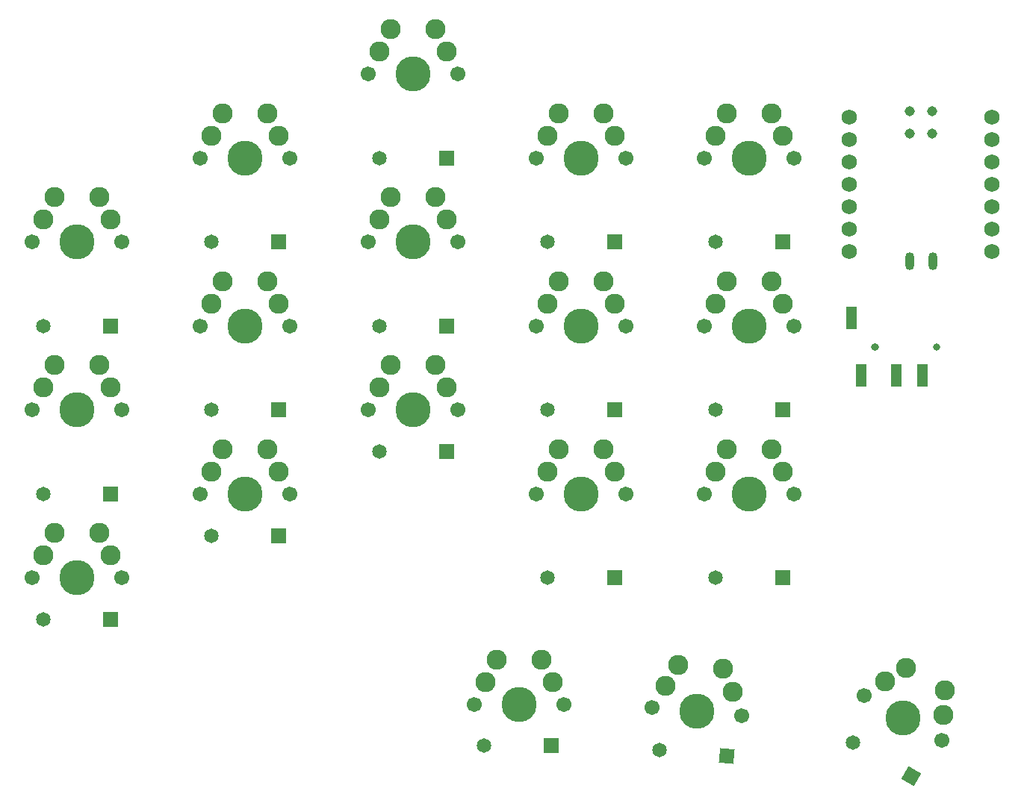
<source format=gbr>
%TF.GenerationSoftware,KiCad,Pcbnew,7.0.2-0*%
%TF.CreationDate,2023-12-07T17:55:22-05:00*%
%TF.ProjectId,Flare,466c6172-652e-46b6-9963-61645f706362,rev?*%
%TF.SameCoordinates,Original*%
%TF.FileFunction,Soldermask,Top*%
%TF.FilePolarity,Negative*%
%FSLAX46Y46*%
G04 Gerber Fmt 4.6, Leading zero omitted, Abs format (unit mm)*
G04 Created by KiCad (PCBNEW 7.0.2-0) date 2023-12-07 17:55:22*
%MOMM*%
%LPD*%
G01*
G04 APERTURE LIST*
G04 Aperture macros list*
%AMRotRect*
0 Rectangle, with rotation*
0 The origin of the aperture is its center*
0 $1 length*
0 $2 width*
0 $3 Rotation angle, in degrees counterclockwise*
0 Add horizontal line*
21,1,$1,$2,0,0,$3*%
G04 Aperture macros list end*
%ADD10C,1.651000*%
%ADD11R,1.651000X1.651000*%
%ADD12C,1.701800*%
%ADD13C,3.987800*%
%ADD14C,2.286000*%
%ADD15RotRect,1.651000X1.651000X330.000000*%
%ADD16RotRect,1.651000X1.651000X355.000000*%
%ADD17C,0.800000*%
%ADD18R,1.200000X2.500000*%
%ADD19C,1.752600*%
%ADD20O,1.016000X2.032000*%
%ADD21C,1.143000*%
G04 APERTURE END LIST*
D10*
%TO.C,D3*%
X53340000Y-28575000D03*
D11*
X60960000Y-28575000D03*
%TD*%
D10*
%TO.C,D12*%
X34290000Y-71437500D03*
D11*
X41910000Y-71437500D03*
%TD*%
D10*
%TO.C,D10*%
X91440000Y-57150000D03*
D11*
X99060000Y-57150000D03*
%TD*%
D12*
%TO.C,MX13*%
X52070000Y-57150000D03*
D13*
X57150000Y-57150000D03*
D12*
X62230000Y-57150000D03*
D14*
X53340000Y-54610000D03*
X54610000Y-52070000D03*
X59690000Y-52070000D03*
X60960000Y-54610000D03*
%TD*%
D10*
%TO.C,D13*%
X53340000Y-61912500D03*
D11*
X60960000Y-61912500D03*
%TD*%
D10*
%TO.C,D2*%
X72390000Y-38100000D03*
D11*
X80010000Y-38100000D03*
%TD*%
D12*
%TO.C,MX14*%
X71120000Y-66675000D03*
D13*
X76200000Y-66675000D03*
D12*
X81280000Y-66675000D03*
D14*
X72390000Y-64135000D03*
X73660000Y-61595000D03*
X78740000Y-61595000D03*
X80010000Y-64135000D03*
%TD*%
D12*
%TO.C,MX6*%
X13970000Y-57150000D03*
D13*
X19050000Y-57150000D03*
D12*
X24130000Y-57150000D03*
D14*
X15240000Y-54610000D03*
X16510000Y-52070000D03*
X21590000Y-52070000D03*
X22860000Y-54610000D03*
%TD*%
D10*
%TO.C,D8*%
X53340000Y-47625000D03*
D11*
X60960000Y-47625000D03*
%TD*%
D10*
%TO.C,D14*%
X72390000Y-76200000D03*
D11*
X80010000Y-76200000D03*
%TD*%
D12*
%TO.C,MX11*%
X13970000Y-76200000D03*
D13*
X19050000Y-76200000D03*
D12*
X24130000Y-76200000D03*
D14*
X15240000Y-73660000D03*
X16510000Y-71120000D03*
X21590000Y-71120000D03*
X22860000Y-73660000D03*
%TD*%
D10*
%TO.C,D11*%
X15240000Y-80962500D03*
D11*
X22860000Y-80962500D03*
%TD*%
D10*
%TO.C,D7*%
X34290000Y-57150000D03*
D11*
X41910000Y-57150000D03*
%TD*%
D10*
%TO.C,D4*%
X34290000Y-38100000D03*
D11*
X41910000Y-38100000D03*
%TD*%
D10*
%TO.C,D18*%
X107031693Y-94932500D03*
D15*
X113630807Y-98742500D03*
%TD*%
D10*
%TO.C,D17*%
X85104498Y-95711687D03*
D16*
X92695502Y-96375813D03*
%TD*%
D12*
%TO.C,MX4*%
X33020000Y-28575000D03*
D13*
X38100000Y-28575000D03*
D12*
X43180000Y-28575000D03*
D14*
X34290000Y-26035000D03*
X35560000Y-23495000D03*
X40640000Y-23495000D03*
X41910000Y-26035000D03*
%TD*%
D10*
%TO.C,D6*%
X15240000Y-66675000D03*
D11*
X22860000Y-66675000D03*
%TD*%
D17*
%TO.C,U2*%
X116550000Y-50006250D03*
X109550000Y-50006250D03*
D18*
X106850000Y-46756250D03*
X107950000Y-53256250D03*
X111950000Y-53256250D03*
X114950000Y-53256250D03*
%TD*%
D19*
%TO.C,U1*%
X106652537Y-23956740D03*
X106652537Y-26496740D03*
X106652537Y-29036740D03*
X106652537Y-31576740D03*
X106652537Y-34116740D03*
X106652537Y-36656740D03*
X106652537Y-39196740D03*
X122817097Y-39196740D03*
X122817097Y-36656740D03*
X122817097Y-34116740D03*
X122817097Y-31576740D03*
X122817097Y-29036740D03*
X122817097Y-26496740D03*
X122817097Y-23956740D03*
D20*
X113519417Y-40274560D03*
X116069417Y-40274560D03*
D21*
X113518220Y-23270373D03*
X116058220Y-23270373D03*
X113518220Y-25810373D03*
X116058220Y-25810373D03*
%TD*%
D10*
%TO.C,D5*%
X15240000Y-47625000D03*
D11*
X22860000Y-47625000D03*
%TD*%
D10*
%TO.C,D15*%
X91440000Y-76200000D03*
D11*
X99060000Y-76200000D03*
%TD*%
D12*
%TO.C,MX15*%
X90170000Y-66675000D03*
D13*
X95250000Y-66675000D03*
D12*
X100330000Y-66675000D03*
D14*
X91440000Y-64135000D03*
X92710000Y-61595000D03*
X97790000Y-61595000D03*
X99060000Y-64135000D03*
%TD*%
D10*
%TO.C,D1*%
X91440000Y-38100000D03*
D11*
X99060000Y-38100000D03*
%TD*%
D10*
%TO.C,D16*%
X65246250Y-95250000D03*
D11*
X72866250Y-95250000D03*
%TD*%
D12*
%TO.C,MX5*%
X13970000Y-38100000D03*
D13*
X19050000Y-38100000D03*
D12*
X24130000Y-38100000D03*
D14*
X15240000Y-35560000D03*
X16510000Y-33020000D03*
X21590000Y-33020000D03*
X22860000Y-35560000D03*
%TD*%
D12*
%TO.C,MX18*%
X108313091Y-89535000D03*
D13*
X112712500Y-92075000D03*
D12*
X117111909Y-94615000D03*
D14*
X110682943Y-87970295D03*
X113052795Y-86405591D03*
X117452205Y-88945591D03*
X117282057Y-91780295D03*
%TD*%
D12*
%TO.C,MX1*%
X90170000Y-28575000D03*
D13*
X95250000Y-28575000D03*
D12*
X100330000Y-28575000D03*
D14*
X91440000Y-26035000D03*
X92710000Y-23495000D03*
X97790000Y-23495000D03*
X99060000Y-26035000D03*
%TD*%
D12*
%TO.C,MX10*%
X90170000Y-47625000D03*
D13*
X95250000Y-47625000D03*
D12*
X100330000Y-47625000D03*
D14*
X91440000Y-45085000D03*
X92710000Y-42545000D03*
X97790000Y-42545000D03*
X99060000Y-45085000D03*
%TD*%
D12*
%TO.C,MX16*%
X64135000Y-90566875D03*
D13*
X69215000Y-90566875D03*
D12*
X74295000Y-90566875D03*
D14*
X65405000Y-88026875D03*
X66675000Y-85486875D03*
X71755000Y-85486875D03*
X73025000Y-88026875D03*
%TD*%
D12*
%TO.C,MX2*%
X71120000Y-28575000D03*
D13*
X76200000Y-28575000D03*
D12*
X81280000Y-28575000D03*
D14*
X72390000Y-26035000D03*
X73660000Y-23495000D03*
X78740000Y-23495000D03*
X80010000Y-26035000D03*
%TD*%
D10*
%TO.C,D9*%
X72390000Y-57150000D03*
D11*
X80010000Y-57150000D03*
%TD*%
D12*
%TO.C,MX9*%
X71120000Y-47625000D03*
D13*
X76200000Y-47625000D03*
D12*
X81280000Y-47625000D03*
D14*
X72390000Y-45085000D03*
X73660000Y-42545000D03*
X78740000Y-42545000D03*
X80010000Y-45085000D03*
%TD*%
D12*
%TO.C,MX12*%
X33020000Y-66675000D03*
D13*
X38100000Y-66675000D03*
D12*
X43180000Y-66675000D03*
D14*
X34290000Y-64135000D03*
X35560000Y-61595000D03*
X40640000Y-61595000D03*
X41910000Y-64135000D03*
%TD*%
D12*
%TO.C,MX7*%
X33020000Y-47625000D03*
D13*
X38100000Y-47625000D03*
D12*
X43180000Y-47625000D03*
D14*
X34290000Y-45085000D03*
X35560000Y-42545000D03*
X40640000Y-42545000D03*
X41910000Y-45085000D03*
%TD*%
D12*
%TO.C,MX8*%
X52070000Y-38100000D03*
D13*
X57150000Y-38100000D03*
D12*
X62230000Y-38100000D03*
D14*
X53340000Y-35560000D03*
X54610000Y-33020000D03*
X59690000Y-33020000D03*
X60960000Y-35560000D03*
%TD*%
D12*
%TO.C,MX17*%
X84296250Y-90917874D03*
D13*
X89356919Y-91360625D03*
D12*
X94417588Y-91803376D03*
D14*
X85782793Y-88498227D03*
X87269336Y-86078580D03*
X92330005Y-86521332D03*
X93373796Y-89162354D03*
%TD*%
D12*
%TO.C,MX3*%
X52070000Y-19050000D03*
D13*
X57150000Y-19050000D03*
D12*
X62230000Y-19050000D03*
D14*
X53340000Y-16510000D03*
X54610000Y-13970000D03*
X59690000Y-13970000D03*
X60960000Y-16510000D03*
%TD*%
D17*
%TO.C,U3*%
X109537500Y-50006250D03*
X116537500Y-50006250D03*
%TD*%
M02*

</source>
